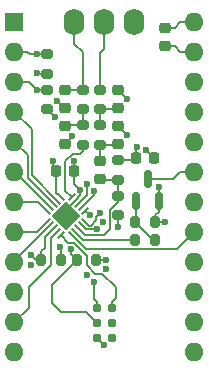
<source format=gtl>
G04 #@! TF.GenerationSoftware,KiCad,Pcbnew,7.0.9*
G04 #@! TF.CreationDate,2023-11-23T02:36:07+01:00*
G04 #@! TF.ProjectId,bosch_kf4_pll,626f7363-685f-46b6-9634-5f706c6c2e6b,2*
G04 #@! TF.SameCoordinates,Original*
G04 #@! TF.FileFunction,Copper,L1,Top*
G04 #@! TF.FilePolarity,Positive*
%FSLAX46Y46*%
G04 Gerber Fmt 4.6, Leading zero omitted, Abs format (unit mm)*
G04 Created by KiCad (PCBNEW 7.0.9) date 2023-11-23 02:36:07*
%MOMM*%
%LPD*%
G01*
G04 APERTURE LIST*
G04 Aperture macros list*
%AMRoundRect*
0 Rectangle with rounded corners*
0 $1 Rounding radius*
0 $2 $3 $4 $5 $6 $7 $8 $9 X,Y pos of 4 corners*
0 Add a 4 corners polygon primitive as box body*
4,1,4,$2,$3,$4,$5,$6,$7,$8,$9,$2,$3,0*
0 Add four circle primitives for the rounded corners*
1,1,$1+$1,$2,$3*
1,1,$1+$1,$4,$5*
1,1,$1+$1,$6,$7*
1,1,$1+$1,$8,$9*
0 Add four rect primitives between the rounded corners*
20,1,$1+$1,$2,$3,$4,$5,0*
20,1,$1+$1,$4,$5,$6,$7,0*
20,1,$1+$1,$6,$7,$8,$9,0*
20,1,$1+$1,$8,$9,$2,$3,0*%
%AMRotRect*
0 Rectangle, with rotation*
0 The origin of the aperture is its center*
0 $1 length*
0 $2 width*
0 $3 Rotation angle, in degrees counterclockwise*
0 Add horizontal line*
21,1,$1,$2,0,0,$3*%
G04 Aperture macros list end*
G04 #@! TA.AperFunction,ComponentPad*
%ADD10O,1.750000X2.250000*%
G04 #@! TD*
G04 #@! TA.AperFunction,SMDPad,CuDef*
%ADD11RoundRect,0.200000X0.200000X0.275000X-0.200000X0.275000X-0.200000X-0.275000X0.200000X-0.275000X0*%
G04 #@! TD*
G04 #@! TA.AperFunction,SMDPad,CuDef*
%ADD12RoundRect,0.200000X0.275000X-0.200000X0.275000X0.200000X-0.275000X0.200000X-0.275000X-0.200000X0*%
G04 #@! TD*
G04 #@! TA.AperFunction,SMDPad,CuDef*
%ADD13RoundRect,0.225000X-0.225000X-0.250000X0.225000X-0.250000X0.225000X0.250000X-0.225000X0.250000X0*%
G04 #@! TD*
G04 #@! TA.AperFunction,SMDPad,CuDef*
%ADD14RoundRect,0.200000X-0.275000X0.200000X-0.275000X-0.200000X0.275000X-0.200000X0.275000X0.200000X0*%
G04 #@! TD*
G04 #@! TA.AperFunction,ConnectorPad*
%ADD15C,0.787400*%
G04 #@! TD*
G04 #@! TA.AperFunction,SMDPad,CuDef*
%ADD16RoundRect,0.050000X0.220971X0.291682X-0.291682X-0.220971X-0.220971X-0.291682X0.291682X0.220971X0*%
G04 #@! TD*
G04 #@! TA.AperFunction,SMDPad,CuDef*
%ADD17RoundRect,0.050000X-0.220971X0.291682X-0.291682X0.220971X0.220971X-0.291682X0.291682X-0.220971X0*%
G04 #@! TD*
G04 #@! TA.AperFunction,SMDPad,CuDef*
%ADD18RotRect,1.700000X1.700000X225.000000*%
G04 #@! TD*
G04 #@! TA.AperFunction,SMDPad,CuDef*
%ADD19RoundRect,0.200000X-0.200000X-0.275000X0.200000X-0.275000X0.200000X0.275000X-0.200000X0.275000X0*%
G04 #@! TD*
G04 #@! TA.AperFunction,ComponentPad*
%ADD20R,1.600000X1.600000*%
G04 #@! TD*
G04 #@! TA.AperFunction,ComponentPad*
%ADD21O,1.600000X1.600000*%
G04 #@! TD*
G04 #@! TA.AperFunction,SMDPad,CuDef*
%ADD22RoundRect,0.150000X0.150000X-0.587500X0.150000X0.587500X-0.150000X0.587500X-0.150000X-0.587500X0*%
G04 #@! TD*
G04 #@! TA.AperFunction,SMDPad,CuDef*
%ADD23RoundRect,0.225000X0.250000X-0.225000X0.250000X0.225000X-0.250000X0.225000X-0.250000X-0.225000X0*%
G04 #@! TD*
G04 #@! TA.AperFunction,SMDPad,CuDef*
%ADD24RoundRect,0.225000X-0.250000X0.225000X-0.250000X-0.225000X0.250000X-0.225000X0.250000X0.225000X0*%
G04 #@! TD*
G04 #@! TA.AperFunction,ViaPad*
%ADD25C,0.600000*%
G04 #@! TD*
G04 #@! TA.AperFunction,Conductor*
%ADD26C,0.150000*%
G04 #@! TD*
G04 APERTURE END LIST*
D10*
X144282500Y-77530000D03*
X146822500Y-77530000D03*
X149362500Y-77530000D03*
D11*
X146142500Y-97730000D03*
X144492500Y-97730000D03*
D12*
X144987500Y-84925000D03*
X144987500Y-83275000D03*
D13*
X142712500Y-90200000D03*
X144262500Y-90200000D03*
D14*
X146487500Y-83275000D03*
X146487500Y-84925000D03*
D15*
X146202500Y-101760000D03*
X147472500Y-101760000D03*
X146202500Y-103030000D03*
X147472500Y-103030000D03*
X146202500Y-104300000D03*
X147472500Y-104300000D03*
D16*
X145187329Y-93531542D03*
X144904486Y-93248699D03*
X144621644Y-92965856D03*
X144338801Y-92683014D03*
X144055958Y-92400171D03*
D17*
X143119042Y-92400171D03*
X142836199Y-92683014D03*
X142553356Y-92965856D03*
X142270514Y-93248699D03*
X141987671Y-93531542D03*
D16*
X141987671Y-94468458D03*
X142270514Y-94751301D03*
X142553356Y-95034144D03*
X142836199Y-95316986D03*
X143119042Y-95599829D03*
D17*
X144055958Y-95599829D03*
X144338801Y-95316986D03*
X144621644Y-95034144D03*
X144904486Y-94751301D03*
X145187329Y-94468458D03*
D18*
X143587500Y-94000000D03*
D19*
X149462500Y-96000000D03*
X151112500Y-96000000D03*
D14*
X141987500Y-80275000D03*
X141987500Y-81925000D03*
D20*
X139217500Y-77530000D03*
D21*
X139217500Y-80070000D03*
X139217500Y-82610000D03*
X139217500Y-85150000D03*
X139217500Y-87690000D03*
X139217500Y-90230000D03*
X139217500Y-92770000D03*
X139217500Y-95310000D03*
X139217500Y-97850000D03*
X139217500Y-100390000D03*
X139217500Y-102930000D03*
X139217500Y-105470000D03*
X154457500Y-105470000D03*
X154457500Y-102930000D03*
X154457500Y-100390000D03*
X154457500Y-97850000D03*
X154457500Y-95310000D03*
X154457500Y-92770000D03*
X154457500Y-90230000D03*
X154457500Y-87690000D03*
X154457500Y-85150000D03*
X154457500Y-82610000D03*
X154457500Y-80070000D03*
X154457500Y-77530000D03*
D14*
X141987500Y-83275000D03*
X141987500Y-84925000D03*
D22*
X149537500Y-92737500D03*
X151437500Y-92737500D03*
X150487500Y-90862500D03*
D23*
X147987500Y-84875000D03*
X147987500Y-83325000D03*
D24*
X143487500Y-86325000D03*
X143487500Y-87875000D03*
D23*
X151987500Y-79575000D03*
X151987500Y-78025000D03*
D14*
X146487500Y-86275000D03*
X146487500Y-87925000D03*
D13*
X149512500Y-89100000D03*
X151062500Y-89100000D03*
D24*
X146487500Y-89325000D03*
X146487500Y-90875000D03*
D23*
X147987500Y-87875000D03*
X147987500Y-86325000D03*
D24*
X143487500Y-83325000D03*
X143487500Y-84875000D03*
D14*
X147987500Y-89275000D03*
X147987500Y-90925000D03*
X147987500Y-92275000D03*
X147987500Y-93925000D03*
D19*
X149462500Y-94500000D03*
X151112500Y-94500000D03*
X141492500Y-97730000D03*
X143142500Y-97730000D03*
D12*
X144987500Y-87925000D03*
X144987500Y-86275000D03*
D25*
X149587500Y-88100000D03*
X142487500Y-89300000D03*
X145937500Y-99580000D03*
X147000000Y-97730000D03*
X142787500Y-84200000D03*
X141087500Y-81900000D03*
X151487500Y-91500000D03*
X145400000Y-99000000D03*
X150387500Y-88400000D03*
X144087500Y-87200000D03*
X148787500Y-84100000D03*
X147001193Y-98498750D03*
X146687500Y-94500000D03*
X147990075Y-94902575D03*
X143117500Y-96630000D03*
X146837500Y-104930000D03*
X151987500Y-94500000D03*
X140587500Y-98100000D03*
X142687500Y-85600000D03*
X148787500Y-87100000D03*
X144287500Y-89300000D03*
X144787500Y-91800000D03*
X145617500Y-93930000D03*
X143987500Y-96800000D03*
X140587500Y-97300000D03*
X145919176Y-91831676D03*
X141087500Y-80300000D03*
X141114400Y-83300000D03*
X145387500Y-91300000D03*
X146187500Y-95100000D03*
X146487500Y-93700000D03*
D26*
X144987500Y-80100000D02*
X144282500Y-79395000D01*
X144282500Y-79395000D02*
X144282500Y-77530000D01*
X146822500Y-79865000D02*
X146822500Y-77530000D01*
X146487500Y-80200000D02*
X146822500Y-79865000D01*
X142487500Y-89300000D02*
X142487500Y-89975000D01*
X142712500Y-91993629D02*
X142712500Y-90200000D01*
X149512500Y-88175000D02*
X149587500Y-88100000D01*
X145937500Y-100980000D02*
X145937500Y-99580000D01*
X146202500Y-101760000D02*
X146202500Y-101245000D01*
X147987500Y-89275000D02*
X149337500Y-89275000D01*
X149512500Y-89100000D02*
X149512500Y-88175000D01*
X142487500Y-89975000D02*
X142712500Y-90200000D01*
X147000000Y-97730000D02*
X146142500Y-97730000D01*
X146202500Y-101245000D02*
X145937500Y-100980000D01*
X149337500Y-89275000D02*
X149512500Y-89100000D01*
X153270000Y-80070000D02*
X152775000Y-79575000D01*
X152775000Y-79575000D02*
X151987500Y-79575000D01*
X142712500Y-91993629D02*
X143119042Y-92400171D01*
X154457500Y-80070000D02*
X153270000Y-80070000D01*
X144262500Y-90200000D02*
X144262500Y-89325000D01*
X142012500Y-84925000D02*
X141987500Y-84925000D01*
X151062500Y-89075000D02*
X150387500Y-88400000D01*
X142687500Y-85600000D02*
X142012500Y-84925000D01*
X151062500Y-89100000D02*
X151062500Y-89075000D01*
X151437500Y-91550000D02*
X151487500Y-91500000D01*
X144787500Y-92234315D02*
X144338801Y-92683014D01*
X144338801Y-92683014D02*
X143587500Y-93434315D01*
X143142500Y-96655000D02*
X143117500Y-96630000D01*
X146202500Y-104300000D02*
X146207500Y-104300000D01*
X151437500Y-92737500D02*
X151437500Y-91550000D01*
X144262500Y-91275000D02*
X144262500Y-90200000D01*
X146207500Y-104300000D02*
X146837500Y-104930000D01*
X143462500Y-84875000D02*
X142787500Y-84200000D01*
X151112500Y-93925000D02*
X151437500Y-93600000D01*
X141087500Y-81900000D02*
X141112500Y-81925000D01*
X144087500Y-87200000D02*
X144087500Y-87275000D01*
X141112500Y-81925000D02*
X141987500Y-81925000D01*
X148012500Y-86325000D02*
X148787500Y-87100000D01*
X148012500Y-83325000D02*
X148787500Y-84100000D01*
X153270000Y-77530000D02*
X152775000Y-78025000D01*
X151112500Y-94500000D02*
X151987500Y-94500000D01*
X144087500Y-87275000D02*
X143487500Y-87875000D01*
X147987500Y-93925000D02*
X147987500Y-94900000D01*
X144787500Y-91800000D02*
X144787500Y-92234315D01*
X151437500Y-93600000D02*
X151437500Y-92737500D01*
X151112500Y-94500000D02*
X151112500Y-93925000D01*
X143487500Y-84875000D02*
X143462500Y-84875000D01*
X147987500Y-83325000D02*
X148012500Y-83325000D01*
X147987500Y-86325000D02*
X148012500Y-86325000D01*
X144787500Y-91800000D02*
X144262500Y-91275000D01*
X144262500Y-89325000D02*
X144287500Y-89300000D01*
X152775000Y-78025000D02*
X151987500Y-78025000D01*
X143587500Y-93434315D02*
X143587500Y-94000000D01*
X154457500Y-77530000D02*
X153270000Y-77530000D01*
X143142500Y-97730000D02*
X143142500Y-96655000D01*
X147987500Y-94900000D02*
X147990075Y-94902575D01*
X147787500Y-100930000D02*
X147787500Y-100030000D01*
X147472500Y-101245000D02*
X147787500Y-100930000D01*
X147472500Y-101760000D02*
X147472500Y-101245000D01*
X143791813Y-96272600D02*
X143119042Y-95599829D01*
X146080000Y-98880000D02*
X145337500Y-98137500D01*
X146637500Y-98880000D02*
X146080000Y-98880000D01*
X145337500Y-98137500D02*
X145337500Y-97330000D01*
X147787500Y-100030000D02*
X146637500Y-98880000D01*
X144280100Y-96272600D02*
X143791813Y-96272600D01*
X145337500Y-97330000D02*
X144280100Y-96272600D01*
X143987500Y-97200000D02*
X144492500Y-97705000D01*
X145219042Y-93531542D02*
X145187329Y-93531542D01*
X143187500Y-102080000D02*
X145252500Y-102080000D01*
X145617500Y-93930000D02*
X145219042Y-93531542D01*
X142437500Y-101330000D02*
X143187500Y-102080000D01*
X144492500Y-97705000D02*
X144492500Y-97730000D01*
X145252500Y-102080000D02*
X146202500Y-103030000D01*
X144492500Y-97730000D02*
X142437500Y-99785000D01*
X143987500Y-96800000D02*
X143987500Y-97200000D01*
X142437500Y-99785000D02*
X142437500Y-101330000D01*
X141492500Y-96955000D02*
X141492500Y-97730000D01*
X141790600Y-96230000D02*
X141790600Y-96656900D01*
X141790600Y-95796900D02*
X142553356Y-95034144D01*
X141492500Y-97730000D02*
X141017500Y-97730000D01*
X141017500Y-97730000D02*
X140587500Y-97300000D01*
X141790600Y-96656900D02*
X141492500Y-96955000D01*
X141790600Y-96230000D02*
X141790600Y-95796900D01*
X145919176Y-92234009D02*
X144904486Y-93248699D01*
X141962500Y-80300000D02*
X141987500Y-80275000D01*
X141087500Y-80300000D02*
X141962500Y-80300000D01*
X141087500Y-80300000D02*
X140537500Y-80300000D01*
X140307500Y-80070000D02*
X139217500Y-80070000D01*
X140537500Y-80300000D02*
X140307500Y-80070000D01*
X145919176Y-91831676D02*
X145919176Y-92234009D01*
X141114400Y-83300000D02*
X141962500Y-83300000D01*
X145387500Y-92200000D02*
X144621644Y-92965856D01*
X144622851Y-92965856D02*
X144621644Y-92965856D01*
X139217500Y-82610000D02*
X140424400Y-82610000D01*
X140424400Y-82610000D02*
X141114400Y-83300000D01*
X145387500Y-91300000D02*
X145387500Y-92200000D01*
X141962500Y-83300000D02*
X141987500Y-83275000D01*
X140687500Y-90534315D02*
X140687500Y-86620000D01*
X142836199Y-92683014D02*
X140687500Y-90534315D01*
X140687500Y-86620000D02*
X139217500Y-85150000D01*
X142553356Y-92965856D02*
X140337500Y-90750000D01*
X140337500Y-88810000D02*
X139217500Y-87690000D01*
X140337500Y-90750000D02*
X140337500Y-88810000D01*
X139217500Y-90230000D02*
X139251815Y-90230000D01*
X139251815Y-90230000D02*
X142270514Y-93248699D01*
X141987671Y-93531542D02*
X141226129Y-92770000D01*
X141226129Y-92770000D02*
X139217500Y-92770000D01*
X139217500Y-95310000D02*
X141146129Y-95310000D01*
X141146129Y-95310000D02*
X141987671Y-94468458D01*
X139217500Y-97804315D02*
X142270514Y-94751301D01*
X139217500Y-97850000D02*
X139217500Y-97804315D01*
X142317500Y-95835685D02*
X142836199Y-95316986D01*
X140417500Y-100030000D02*
X142317500Y-98130000D01*
X142317500Y-98130000D02*
X142317500Y-95835685D01*
X139217500Y-102930000D02*
X140417500Y-101730000D01*
X140417500Y-101730000D02*
X140417500Y-100030000D01*
X145256129Y-96800000D02*
X144055958Y-95599829D01*
X152967500Y-96800000D02*
X145256129Y-96800000D01*
X154457500Y-95310000D02*
X152967500Y-96800000D01*
X153257500Y-90230000D02*
X154457500Y-90230000D01*
X150487500Y-90862500D02*
X152625000Y-90862500D01*
X152625000Y-90862500D02*
X153257500Y-90230000D01*
X144904486Y-94751301D02*
X145255585Y-95102400D01*
X146185100Y-95102400D02*
X146187500Y-95100000D01*
X145255585Y-95102400D02*
X146185100Y-95102400D01*
X145518871Y-94800000D02*
X145187329Y-94468458D01*
X145687500Y-94800000D02*
X145518871Y-94800000D01*
X146160100Y-94027400D02*
X146160100Y-94327400D01*
X146487500Y-93700000D02*
X146160100Y-94027400D01*
X146160100Y-94327400D02*
X145687500Y-94800000D01*
X144987500Y-87925000D02*
X144987500Y-88500000D01*
X144987500Y-88500000D02*
X144787500Y-88700000D01*
X144141643Y-88700000D02*
X143487500Y-89354143D01*
X143487500Y-89354143D02*
X143487500Y-91831713D01*
X144787500Y-88700000D02*
X144141643Y-88700000D01*
X143487500Y-91831713D02*
X144055958Y-92400171D01*
X147987500Y-92275000D02*
X147987500Y-90925000D01*
X145214900Y-95627400D02*
X144621644Y-95034144D01*
X146537500Y-90925000D02*
X146487500Y-90875000D01*
X147285100Y-95102400D02*
X146760100Y-95627400D01*
X147987500Y-90925000D02*
X146537500Y-90925000D01*
X147987500Y-92275000D02*
X147987500Y-92800000D01*
X147987500Y-92800000D02*
X147285100Y-93502400D01*
X146760100Y-95627400D02*
X145214900Y-95627400D01*
X147285100Y-93502400D02*
X147285100Y-95102400D01*
X150962500Y-96000000D02*
X149462500Y-94500000D01*
X151112500Y-96000000D02*
X150962500Y-96000000D01*
X149537500Y-92737500D02*
X149537500Y-94425000D01*
X149537500Y-94425000D02*
X149462500Y-94500000D01*
X144338801Y-95316986D02*
X145021815Y-96000000D01*
X145021815Y-96000000D02*
X149462500Y-96000000D01*
X146487500Y-87925000D02*
X147937500Y-87925000D01*
X147937500Y-87925000D02*
X147987500Y-87875000D01*
X146487500Y-87925000D02*
X146487500Y-89325000D01*
X146487500Y-86275000D02*
X146487500Y-84925000D01*
X146487500Y-84925000D02*
X147937500Y-84925000D01*
X147937500Y-84925000D02*
X147987500Y-84875000D01*
X144987500Y-86275000D02*
X143537500Y-86275000D01*
X143537500Y-86275000D02*
X143487500Y-86325000D01*
X144987500Y-86275000D02*
X144987500Y-84925000D01*
X143537500Y-83275000D02*
X143487500Y-83325000D01*
X144987500Y-83275000D02*
X144987500Y-80100000D01*
X144987500Y-83275000D02*
X143537500Y-83275000D01*
X146487500Y-83275000D02*
X146487500Y-80200000D01*
M02*

</source>
